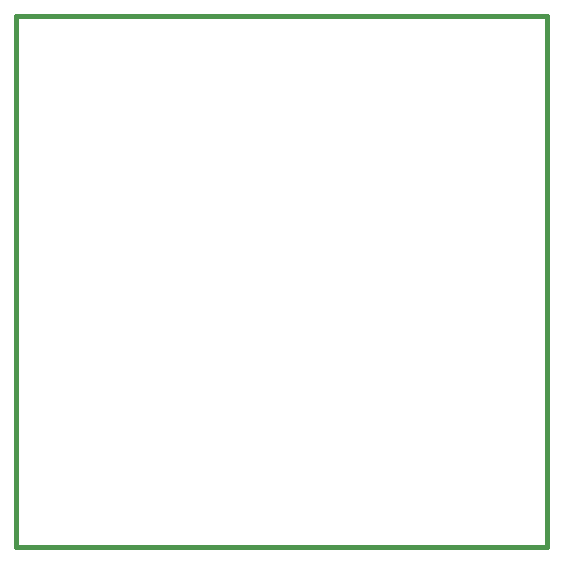
<source format=gko>
%FSLAX33Y33*%
%MOMM*%
%ADD10C,0.381*%
D10*
%LNpath-0*%
G01*
X0Y0D02*
X45000Y0D01*
X45000Y45000*
X0Y45000*
X0Y0*
%LNmechanical details_traces*%
M02*
</source>
